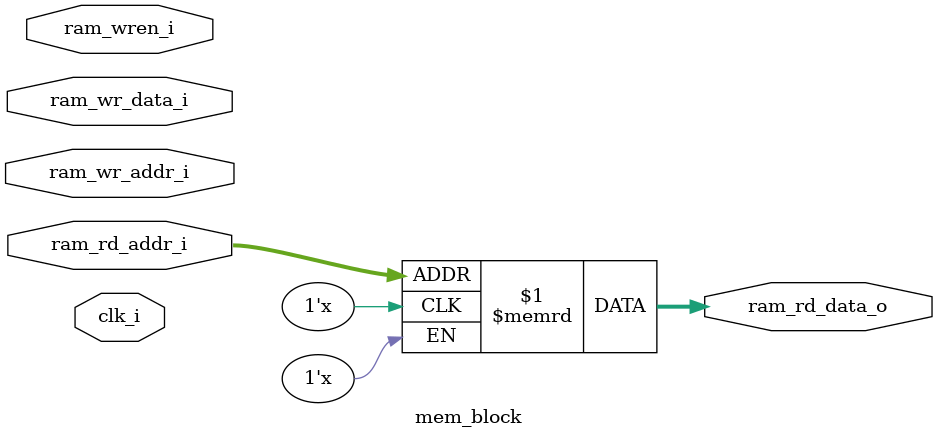
<source format=sv>



module mem_block #(
                   parameter RAM_DEPTH = 512,
		   parameter RAM_ADDRW = 8,   //TODO : Write clog2 function and call it here
                   parameter RAM_WIDTH = 32,
                   parameter MEM_INIT_FILE = "mem_load_hex.hex"
  )( input  logic                 clk_i,
     input  logic                 ram_wren_i,
     input  logic [RAM_ADDRW-1:0] ram_wr_addr_i,
     input  logic [RAM_WIDTH-1:0] ram_wr_data_i,
     input  logic [RAM_ADDRW-1:0] ram_rd_addr_i,
     output logic [RAM_WIDTH-1:0] ram_rd_data_o
   );


logic [RAM_WIDTH-1:0] mem_block [RAM_DEPTH-1:0] /* synthesis ramstyle = "M20K" */;

//initial begin
//    $readmemh(MEM_INIT_FILE, mem_block);
//end

//always_ff @ (posedge clk_i) begin
//    if (ram_wren_i) begin
//        mem_block[ram_wr_addr_i] <= ram_wr_data_i;
//    end
//    //ram_rd_data_o <= mem_block[ram_rd_addr_i];    // Use this for flopped read data 
//end 

assign ram_rd_data_o = mem_block[ram_rd_addr_i];    // Use this for unflopped read data

endmodule        

</source>
